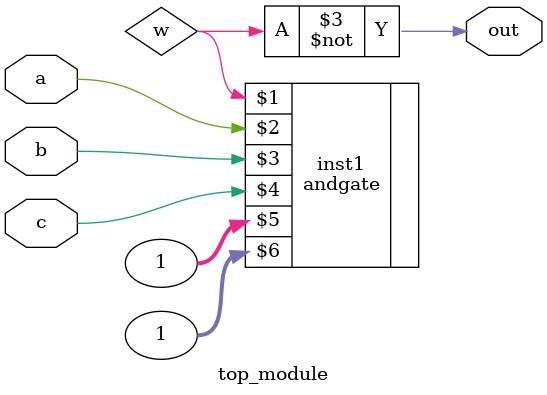
<source format=v>
/*
This three-input NAND gate doesn't work. Fix the bug(s).

You must use the provided 5-input AND gate:
module andgate ( output out, input a, input b, input c, input d, input e );
*/

module top_module (input a, input b, input c, output out);
    wire w;
    andgate inst1 (w, a, b, c, 1, 1);
    assign out = ~w;
endmodule

</source>
